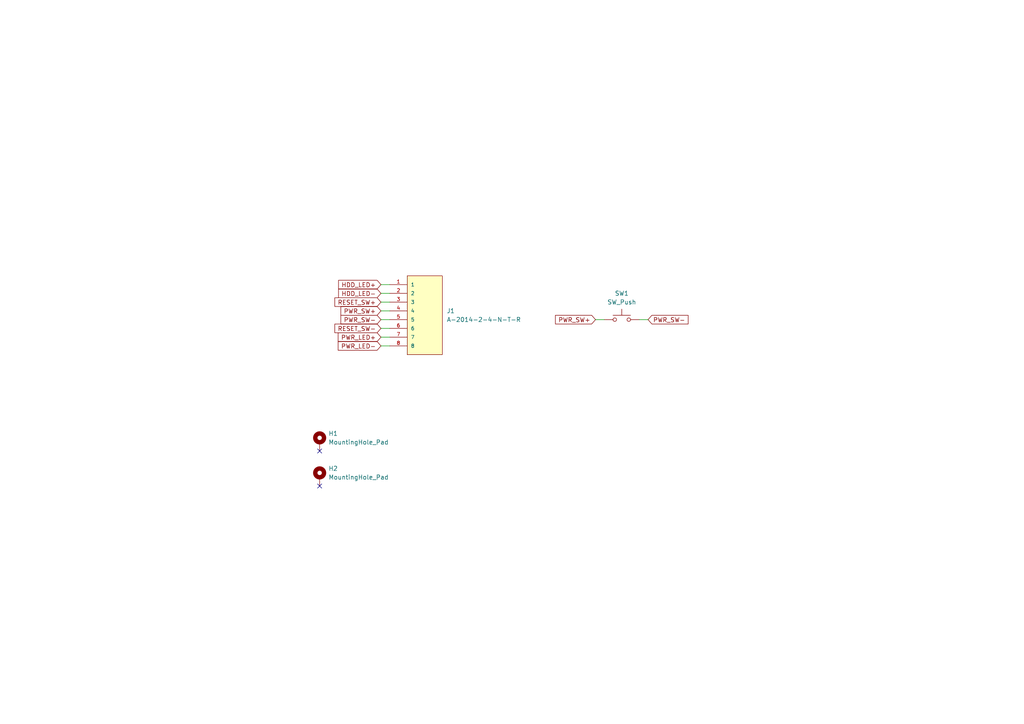
<source format=kicad_sch>
(kicad_sch (version 20250114) (generator "eeschema") (generator_version "9.0")
  (paper "A4")
  (lib_symbols
    (symbol "A-2014-2-4-N-T-R:A-2014-2-4-N-T-R" (pin_names (offset 1.016))
      (property "Reference" "J" (at -5.08 13.462 0))
      (property "Value" "A-2014-2-4-N-T-R" (at -5.08 -12.7 0))
      (symbol "A-2014-2-4-N-T-R_0_0"
        (rectangle (start -5.08 -10.16) (end 5.08 12.7) (stroke (width 0.1524)) (fill (type background)))
        (pin passive line (at -10.16 10.16 0) (length 5.08) (name "1") (number "1"))
        (pin passive line (at -10.16 7.62 0) (length 5.08) (name "2") (number "2"))
        (pin passive line (at -10.16 5.08 0) (length 5.08) (name "3") (number "3"))
        (pin passive line (at -10.16 2.54 0) (length 5.08) (name "4") (number "4"))
        (pin passive line (at -10.16 0 0) (length 5.08) (name "5") (number "5"))
        (pin passive line (at -10.16 -2.54 0) (length 5.08) (name "6") (number "6"))
        (pin passive line (at -10.16 -5.08 0) (length 5.08) (name "7") (number "7"))
        (pin passive line (at -10.16 -7.62 0) (length 5.08) (name "8") (number "8"))
      )
    )
    (symbol "Mechanical:MountingHole_Pad" (pin_numbers (hide yes)) (pin_names (offset 1.016) (hide yes)) (in_bom no)
      (property "Reference" "H" (at 0 6.35 0))
      (property "Value" "MountingHole_Pad" (at 0 4.445 0))
      (symbol "MountingHole_Pad_0_1"
        (circle (center 0 1.27) (radius 1.27) (stroke (width 1.27)))
      )
      (symbol "MountingHole_Pad_1_1"
        (pin input line (at 0 -2.54 90) (length 2.54) (name "1") (number "1"))
      )
    )
    (symbol "Switch:SW_Push" (pin_numbers (hide yes)) (pin_names (offset 1.016) (hide yes))
      (property "Reference" "SW" (at 1.27 2.54 0))
      (property "Value" "SW_Push" (at 0 -1.524 0))
      (symbol "SW_Push_0_1"
        (circle (center -2.032 0) (radius 0.508))
        (polyline (pts (xy 0 1.27) (xy 0 3.048)))
        (circle (center 2.032 0) (radius 0.508))
        (polyline (pts (xy 2.54 1.27) (xy -2.54 1.27)))
        (pin passive line (at -5.08 0 0) (length 2.54) (name "1") (number "1"))
        (pin passive line (at 5.08 0 180) (length 2.54) (name "2") (number "2"))
      )
    )
  )
  (no_connect (at 92.71 140.97))
  (no_connect (at 92.71 130.81))
  (wire (pts (xy 110.49 95.25) (xy 113.03 95.25)))
  (wire (pts (xy 172.72 92.71) (xy 175.26 92.71)))
  (wire (pts (xy 185.42 92.71) (xy 187.96 92.71)))
  (wire (pts (xy 110.49 97.79) (xy 113.03 97.79)))
  (wire (pts (xy 110.49 82.55) (xy 113.03 82.55)))
  (wire (pts (xy 110.49 100.33) (xy 113.03 100.33)))
  (wire (pts (xy 110.49 85.09) (xy 113.03 85.09)))
  (wire (pts (xy 110.49 90.17) (xy 113.03 90.17)))
  (wire (pts (xy 110.49 87.63) (xy 113.03 87.63)))
  (wire (pts (xy 110.49 92.71) (xy 113.03 92.71)))
  (global_label "PWR_SW+" (shape input) (at 172.72 92.71 180) (property "Intersheetrefs" "${INTERSHEET_REFS}" (effects (hide yes))))
  (global_label "RESET_SW-" (shape input) (at 110.49 95.25 180) (property "Intersheetrefs" "${INTERSHEET_REFS}" (effects (hide yes))))
  (global_label "HDD_LED-" (shape input) (at 110.49 85.09 180) (property "Intersheetrefs" "${INTERSHEET_REFS}" (effects (hide yes))))
  (global_label "PWR_LED-" (shape input) (at 110.49 100.33 180) (property "Intersheetrefs" "${INTERSHEET_REFS}" (effects (hide yes))))
  (global_label "PWR_SW-" (shape input) (at 187.96 92.71 0) (property "Intersheetrefs" "${INTERSHEET_REFS}" (effects (hide yes))))
  (global_label "PWR_SW-" (shape input) (at 110.49 92.71 180) (property "Intersheetrefs" "${INTERSHEET_REFS}" (effects (hide yes))))
  (global_label "PWR_LED+" (shape input) (at 110.49 97.79 180) (property "Intersheetrefs" "${INTERSHEET_REFS}" (effects (hide yes))))
  (global_label "HDD_LED+" (shape input) (at 110.49 82.55 180) (property "Intersheetrefs" "${INTERSHEET_REFS}" (effects (hide yes))))
  (global_label "RESET_SW+" (shape input) (at 110.49 87.63 180) (property "Intersheetrefs" "${INTERSHEET_REFS}" (effects (hide yes))))
  (global_label "PWR_SW+" (shape input) (at 110.49 90.17 180) (property "Intersheetrefs" "${INTERSHEET_REFS}" (effects (hide yes))))
  (symbol (lib_id "Switch:SW_Push") (at 180.34 92.71 0) (unit 1)
    (property "Reference" "SW1" (at 180.34 85.09 0))
    (property "Value" "SW_Push" (at 180.34 87.63 0))
    (property "Footprint" "PCM_Switch_Keyboard_Cherry_MX:SW_Cherry_MX_PCB_1.00u" (effects (hide yes)))
    (property "Description" "Push button switch, generic, two pins" (effects (hide yes)))
  )
  (symbol (lib_id "Mechanical:MountingHole_Pad") (at 92.71 138.43 0) (unit 1) (in_bom no)
    (property "Reference" "H2" (at 95.25 135.8899 0) (effects (justify left)))
    (property "Value" "MountingHole_Pad" (at 95.25 138.4299 0) (effects (justify left)))
    (property "Footprint" "MountingHole:MountingHole_3.2mm_M3_Pad" (effects (hide yes)))
    (property "Description" "Mounting Hole with connection" (effects (hide yes)))
  )
  (symbol (lib_id "A-2014-2-4-N-T-R:A-2014-2-4-N-T-R") (at 123.19 92.71 0) (unit 1)
    (property "Reference" "J1" (at 129.54 90.1699 0) (effects (justify left)))
    (property "Value" "A-2014-2-4-N-T-R" (at 129.54 92.7099 0) (effects (justify left)))
    (property "Footprint" "A_2014_2_4_N_T_R:ASSMANN_A-2014-2-4-N-T-R" (effects (hide yes)))
    (property "PARTREV" "01" (effects (hide yes)))
    (property "STANDARD" "Manufacturer Recommendations" (effects (hide yes)))
    (property "MAXIMUM_PACKAGE_HIEGHT" "16.58mm" (effects (hide yes)))
    (property "MANUFACTURER" "Assmann WSW" (effects (hide yes)))
    (property "Digikey" "AE10396-ND" (effects (hide yes)))
  )
  (symbol (lib_id "Mechanical:MountingHole_Pad") (at 92.71 128.27 0) (unit 1) (in_bom no)
    (property "Reference" "H1" (at 95.25 125.7299 0) (effects (justify left)))
    (property "Value" "MountingHole_Pad" (at 95.25 128.2699 0) (effects (justify left)))
    (property "Footprint" "MountingHole:MountingHole_3.2mm_M3_Pad" (effects (hide yes)))
    (property "Description" "Mounting Hole with connection" (effects (hide yes)))
  )
)
</source>
